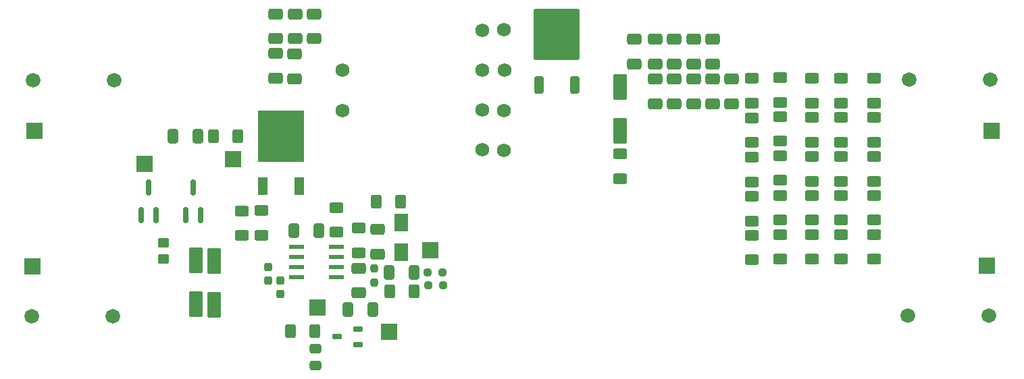
<source format=gbr>
%TF.GenerationSoftware,KiCad,Pcbnew,9.0.5*%
%TF.CreationDate,2025-10-30T21:43:39-07:00*%
%TF.ProjectId,Flyback_CCM_Converter,466c7962-6163-46b5-9f43-434d5f436f6e,rev?*%
%TF.SameCoordinates,Original*%
%TF.FileFunction,Soldermask,Top*%
%TF.FilePolarity,Negative*%
%FSLAX46Y46*%
G04 Gerber Fmt 4.6, Leading zero omitted, Abs format (unit mm)*
G04 Created by KiCad (PCBNEW 9.0.5) date 2025-10-30 21:43:39*
%MOMM*%
%LPD*%
G01*
G04 APERTURE LIST*
G04 Aperture macros list*
%AMRoundRect*
0 Rectangle with rounded corners*
0 $1 Rounding radius*
0 $2 $3 $4 $5 $6 $7 $8 $9 X,Y pos of 4 corners*
0 Add a 4 corners polygon primitive as box body*
4,1,4,$2,$3,$4,$5,$6,$7,$8,$9,$2,$3,0*
0 Add four circle primitives for the rounded corners*
1,1,$1+$1,$2,$3*
1,1,$1+$1,$4,$5*
1,1,$1+$1,$6,$7*
1,1,$1+$1,$8,$9*
0 Add four rect primitives between the rounded corners*
20,1,$1+$1,$2,$3,$4,$5,0*
20,1,$1+$1,$4,$5,$6,$7,0*
20,1,$1+$1,$6,$7,$8,$9,0*
20,1,$1+$1,$8,$9,$2,$3,0*%
G04 Aperture macros list end*
%ADD10RoundRect,0.250000X0.650000X-0.412500X0.650000X0.412500X-0.650000X0.412500X-0.650000X-0.412500X0*%
%ADD11RoundRect,0.250000X-0.475000X0.337500X-0.475000X-0.337500X0.475000X-0.337500X0.475000X0.337500X0*%
%ADD12RoundRect,0.250000X0.412500X0.650000X-0.412500X0.650000X-0.412500X-0.650000X0.412500X-0.650000X0*%
%ADD13R,2.000000X2.000000*%
%ADD14RoundRect,0.250000X0.625000X-0.400000X0.625000X0.400000X-0.625000X0.400000X-0.625000X-0.400000X0*%
%ADD15RoundRect,0.162500X0.447500X0.162500X-0.447500X0.162500X-0.447500X-0.162500X0.447500X-0.162500X0*%
%ADD16RoundRect,0.250000X-0.412500X-0.650000X0.412500X-0.650000X0.412500X0.650000X-0.412500X0.650000X0*%
%ADD17RoundRect,0.237500X-0.237500X0.250000X-0.237500X-0.250000X0.237500X-0.250000X0.237500X0.250000X0*%
%ADD18RoundRect,0.237500X-0.237500X0.300000X-0.237500X-0.300000X0.237500X-0.300000X0.237500X0.300000X0*%
%ADD19RoundRect,0.250000X0.400000X0.625000X-0.400000X0.625000X-0.400000X-0.625000X0.400000X-0.625000X0*%
%ADD20RoundRect,0.237500X-0.250000X-0.237500X0.250000X-0.237500X0.250000X0.237500X-0.250000X0.237500X0*%
%ADD21R,1.651000X2.184400*%
%ADD22RoundRect,0.237500X0.250000X0.237500X-0.250000X0.237500X-0.250000X-0.237500X0.250000X-0.237500X0*%
%ADD23R,1.981200X0.558800*%
%ADD24R,1.200000X2.200000*%
%ADD25R,5.800000X6.400000*%
%ADD26RoundRect,0.250000X0.600000X-1.400000X0.600000X1.400000X-0.600000X1.400000X-0.600000X-1.400000X0*%
%ADD27RoundRect,0.250000X-0.600000X1.400000X-0.600000X-1.400000X0.600000X-1.400000X0.600000X1.400000X0*%
%ADD28RoundRect,0.250000X-0.625000X0.400000X-0.625000X-0.400000X0.625000X-0.400000X0.625000X0.400000X0*%
%ADD29RoundRect,0.250000X-0.650000X0.412500X-0.650000X-0.412500X0.650000X-0.412500X0.650000X0.412500X0*%
%ADD30RoundRect,0.162500X0.162500X-0.837500X0.162500X0.837500X-0.162500X0.837500X-0.162500X-0.837500X0*%
%ADD31C,1.750000*%
%ADD32C,1.828800*%
%ADD33RoundRect,0.250000X0.350000X-0.850000X0.350000X0.850000X-0.350000X0.850000X-0.350000X-0.850000X0*%
%ADD34RoundRect,0.249997X2.650003X-2.950003X2.650003X2.950003X-2.650003X2.950003X-2.650003X-2.950003X0*%
%ADD35RoundRect,0.250000X-0.400000X-0.625000X0.400000X-0.625000X0.400000X0.625000X-0.400000X0.625000X0*%
%ADD36RoundRect,0.250000X0.450000X-0.350000X0.450000X0.350000X-0.450000X0.350000X-0.450000X-0.350000X0*%
G04 APERTURE END LIST*
D10*
%TO.C,Ccomp_3*%
X147800000Y-128600000D03*
X147800000Y-125475000D03*
%TD*%
D11*
%TO.C,C_ss1*%
X142400000Y-135600000D03*
X142400000Y-137675000D03*
%TD*%
D10*
%TO.C,C_isense1*%
X150200000Y-123762500D03*
X150200000Y-120637500D03*
%TD*%
D12*
%TO.C,Ccomp_2*%
X154762500Y-126000000D03*
X151637500Y-126000000D03*
%TD*%
D13*
%TO.C,TP9*%
X151600000Y-133500000D03*
%TD*%
D12*
%TO.C,Cosc1*%
X139675000Y-120800000D03*
X142800000Y-120800000D03*
%TD*%
D14*
%TO.C,Rosc1*%
X145000000Y-117850000D03*
X145000000Y-120950000D03*
%TD*%
D15*
%TO.C,Q2*%
X147710000Y-135050000D03*
X147710000Y-133150000D03*
X145090000Y-134100000D03*
%TD*%
D16*
%TO.C,Ccomp_1*%
X146475000Y-130675000D03*
X149600000Y-130675000D03*
%TD*%
D13*
%TO.C,TP6*%
X142637500Y-130400000D03*
%TD*%
D17*
%TO.C,Rcomp_2*%
X149800000Y-125475000D03*
X149800000Y-127300000D03*
%TD*%
D18*
%TO.C,C14*%
X138000000Y-127037500D03*
X138000000Y-128762500D03*
%TD*%
D13*
%TO.C,TP7*%
X156800000Y-123200000D03*
%TD*%
D19*
%TO.C,R_ss1*%
X142337500Y-133400000D03*
X139237500Y-133400000D03*
%TD*%
D20*
%TO.C,Rcomp_1*%
X156575000Y-127600000D03*
X158400000Y-127600000D03*
%TD*%
D18*
%TO.C,C17*%
X136500000Y-125337500D03*
X136500000Y-127062500D03*
%TD*%
D19*
%TO.C,R_isense2*%
X153100000Y-117100000D03*
X150000000Y-117100000D03*
%TD*%
D21*
%TO.C,CR1*%
X153200000Y-119745800D03*
X153200000Y-123454200D03*
%TD*%
D19*
%TO.C,Rb1*%
X154800000Y-128400000D03*
X151700000Y-128400000D03*
%TD*%
D22*
%TO.C,Rcomp_3*%
X158312500Y-126000000D03*
X156487500Y-126000000D03*
%TD*%
D14*
%TO.C,R_isense1*%
X147800000Y-123550000D03*
X147800000Y-120450000D03*
%TD*%
D23*
%TO.C,U1*%
X145000000Y-126610000D03*
X145000000Y-125340000D03*
X145000000Y-124070000D03*
X145000000Y-122800000D03*
X140072400Y-122800000D03*
X140072400Y-124070000D03*
X140072400Y-125340000D03*
X140072400Y-126610000D03*
%TD*%
D14*
%TO.C,Rg_1*%
X135600000Y-118250000D03*
X135600000Y-121350000D03*
%TD*%
D24*
%TO.C,Q1*%
X140380000Y-115200000D03*
D25*
X138100000Y-108900000D03*
D24*
X135820000Y-115200000D03*
%TD*%
D26*
%TO.C,D5*%
X127400000Y-124505000D03*
X127400000Y-130005000D03*
%TD*%
D27*
%TO.C,D6*%
X129700000Y-124550000D03*
X129700000Y-130050000D03*
%TD*%
D28*
%TO.C,Rpreload33*%
X197100000Y-121350000D03*
X197100000Y-124450000D03*
%TD*%
D29*
%TO.C,Cout_9*%
X189800000Y-101737500D03*
X189800000Y-104862500D03*
%TD*%
D28*
%TO.C,Rpreload16*%
X208300000Y-106550000D03*
X208300000Y-109650000D03*
%TD*%
D30*
%TO.C,Q3*%
X120550000Y-118810000D03*
X122450000Y-118810000D03*
X121500000Y-115390000D03*
%TD*%
D28*
%TO.C,Rpreload9*%
X200700000Y-121250000D03*
X200700000Y-124350000D03*
%TD*%
%TO.C,Rpreload14*%
X204600000Y-121250000D03*
X204600000Y-124350000D03*
%TD*%
D31*
%TO.C,T1*%
X145800000Y-100600000D03*
X145800000Y-105680000D03*
X163300000Y-105600000D03*
X166040000Y-105670000D03*
X163300000Y-100600000D03*
X166090000Y-100580000D03*
X163300000Y-110600000D03*
X166070000Y-110730000D03*
X163300000Y-95600000D03*
X166070000Y-95500000D03*
%TD*%
D28*
%TO.C,Rpreload12*%
X204600000Y-111450000D03*
X204600000Y-114550000D03*
%TD*%
%TO.C,Rpreload21*%
X212400000Y-106550000D03*
X212400000Y-109650000D03*
%TD*%
D10*
%TO.C,Cout_5*%
X192200000Y-99862500D03*
X192200000Y-96737500D03*
%TD*%
D13*
%TO.C,TP4*%
X226600000Y-125200000D03*
%TD*%
D28*
%TO.C,Rpreload5*%
X200700000Y-101550000D03*
X200700000Y-104650000D03*
%TD*%
D29*
%TO.C,Cout_4*%
X185000000Y-101737500D03*
X185000000Y-104862500D03*
%TD*%
D14*
%TO.C,Rg_2*%
X133200000Y-121400000D03*
X133200000Y-118300000D03*
%TD*%
D12*
%TO.C,C_snub1*%
X127712500Y-108900000D03*
X124587500Y-108900000D03*
%TD*%
D29*
%TO.C,Cout_8*%
X187400000Y-101737500D03*
X187400000Y-104862500D03*
%TD*%
D28*
%TO.C,Rpreload6*%
X200700000Y-106450000D03*
X200700000Y-109550000D03*
%TD*%
D30*
%TO.C,Q4*%
X126150000Y-118810000D03*
X128050000Y-118810000D03*
X127100000Y-115390000D03*
%TD*%
D28*
%TO.C,Rpreload10*%
X204600000Y-101650000D03*
X204600000Y-104750000D03*
%TD*%
D32*
%TO.C,J4*%
X226800000Y-131400000D03*
X216640000Y-131400000D03*
%TD*%
D27*
%TO.C,D4*%
X180600000Y-102750000D03*
X180600000Y-108250000D03*
%TD*%
D13*
%TO.C,TP8*%
X132100000Y-111800000D03*
%TD*%
D10*
%TO.C,Cin_1*%
X137418750Y-96681250D03*
X137418750Y-93556250D03*
%TD*%
D28*
%TO.C,Rpreload20*%
X212400000Y-101650000D03*
X212400000Y-104750000D03*
%TD*%
D29*
%TO.C,Cin_3*%
X139818750Y-98556250D03*
X139818750Y-101681250D03*
%TD*%
%TO.C,Cout_10*%
X192200000Y-101737500D03*
X192200000Y-104862500D03*
%TD*%
D28*
%TO.C,Rpreload24*%
X212400000Y-121250000D03*
X212400000Y-124350000D03*
%TD*%
D29*
%TO.C,Cout_2*%
X194600000Y-101737500D03*
X194600000Y-104862500D03*
%TD*%
D33*
%TO.C,R8*%
X170395000Y-102475000D03*
D34*
X172675000Y-96175000D03*
D33*
X174955000Y-102475000D03*
%TD*%
D10*
%TO.C,Cout_7*%
X187400000Y-99862500D03*
X187400000Y-96737500D03*
%TD*%
D32*
%TO.C,+5V1*%
X227000000Y-101800000D03*
X216840000Y-101800000D03*
%TD*%
D13*
%TO.C,TP1*%
X107200000Y-108200000D03*
%TD*%
D28*
%TO.C,Rpreload15*%
X208300000Y-101650000D03*
X208300000Y-104750000D03*
%TD*%
D32*
%TO.C,+12*%
X107043900Y-101885700D03*
X117203900Y-101885700D03*
%TD*%
D28*
%TO.C,Rpreload1*%
X197100000Y-101650000D03*
X197100000Y-104750000D03*
%TD*%
D10*
%TO.C,Cout_1*%
X182400000Y-99825000D03*
X182400000Y-96700000D03*
%TD*%
D28*
%TO.C,Rpreload23*%
X212400000Y-116350000D03*
X212400000Y-119450000D03*
%TD*%
%TO.C,Rpreload13*%
X204600000Y-116350000D03*
X204600000Y-119450000D03*
%TD*%
D10*
%TO.C,Cin_4*%
X139856250Y-96681250D03*
X139856250Y-93556250D03*
%TD*%
%TO.C,Cout_6*%
X189800000Y-99862500D03*
X189800000Y-96737500D03*
%TD*%
D28*
%TO.C,Rpreload19*%
X208300000Y-121250000D03*
X208300000Y-124350000D03*
%TD*%
%TO.C,Rpreload22*%
X212400000Y-111450000D03*
X212400000Y-114550000D03*
%TD*%
%TO.C,Rpreload8*%
X200700000Y-116350000D03*
X200700000Y-119450000D03*
%TD*%
D35*
%TO.C,R_snub1*%
X129600000Y-108900000D03*
X132700000Y-108900000D03*
%TD*%
D10*
%TO.C,Cout_3*%
X185000000Y-99862500D03*
X185000000Y-96737500D03*
%TD*%
D13*
%TO.C,TP3*%
X227200000Y-108200000D03*
%TD*%
D28*
%TO.C,Rpreload4*%
X197100000Y-116450000D03*
X197100000Y-119550000D03*
%TD*%
%TO.C,Rpreload11*%
X204600000Y-106550000D03*
X204600000Y-109650000D03*
%TD*%
D36*
%TO.C,Rb2*%
X123400000Y-124300000D03*
X123400000Y-122300000D03*
%TD*%
D32*
%TO.C,J3*%
X106843900Y-131485700D03*
X117003900Y-131485700D03*
%TD*%
D28*
%TO.C,Rpreload3*%
X197100000Y-111550000D03*
X197100000Y-114650000D03*
%TD*%
%TO.C,Rpreload2*%
X197100000Y-106600000D03*
X197100000Y-109700000D03*
%TD*%
D14*
%TO.C,R11*%
X180600000Y-114250000D03*
X180600000Y-111150000D03*
%TD*%
D13*
%TO.C,TP5*%
X121000000Y-112400000D03*
%TD*%
D28*
%TO.C,Rpreload17*%
X208300000Y-111450000D03*
X208300000Y-114550000D03*
%TD*%
%TO.C,Rpreload7*%
X200700000Y-111350000D03*
X200700000Y-114450000D03*
%TD*%
%TO.C,Rpreload18*%
X208300000Y-116350000D03*
X208300000Y-119450000D03*
%TD*%
D13*
%TO.C,TP2*%
X106962500Y-125285700D03*
%TD*%
D10*
%TO.C,Cin_5*%
X142218750Y-96681250D03*
X142218750Y-93556250D03*
%TD*%
D29*
%TO.C,Cin_2*%
X137418750Y-98518750D03*
X137418750Y-101643750D03*
%TD*%
M02*

</source>
